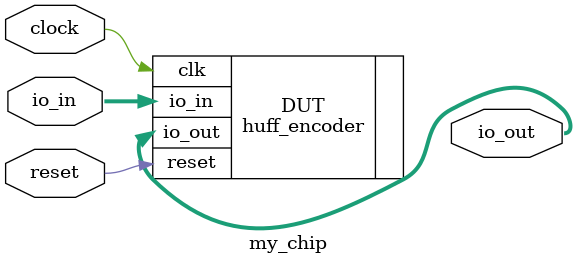
<source format=sv>
`default_nettype none

module my_chip (
    input logic [11:0] io_in, // Inputs to your chip
    output logic [11:0] io_out, // Outputs from your chip
    input logic clock,
    input logic reset // Important: Reset is ACTIVE-HIGH
);

    huff_encoder DUT(.clk(clock), .reset(reset), .io_in(io_in), .io_out(io_out));  
    
    
    // Basic counter design as an example

/*
    wire [6:0] led_out;
    assign io_out[6:0] = led_out;

    // external clock is 1000Hz, so need 10 bit counter
    reg [9:0] second_counter;
    reg [3:0] digit;

    always @(posedge clock) begin
        // if reset, set counter to 0
        if (reset) begin
            second_counter <= 0;
            digit <= 0;
        end else begin
            // if up to 16e6
            if (second_counter == 1000) begin
                // reset
                second_counter <= 0;

                // increment digit
                digit <= digit + 1'b1;

                // only count from 0 to 9
                if (digit == 9)
                    digit <= 0;

            end else
                // increment counter
                second_counter <= second_counter + 1'b1;
        end
    end

    // instantiate segment display
    seg7 seg7(.counter(digit), .segments(led_out));
*/
endmodule

</source>
